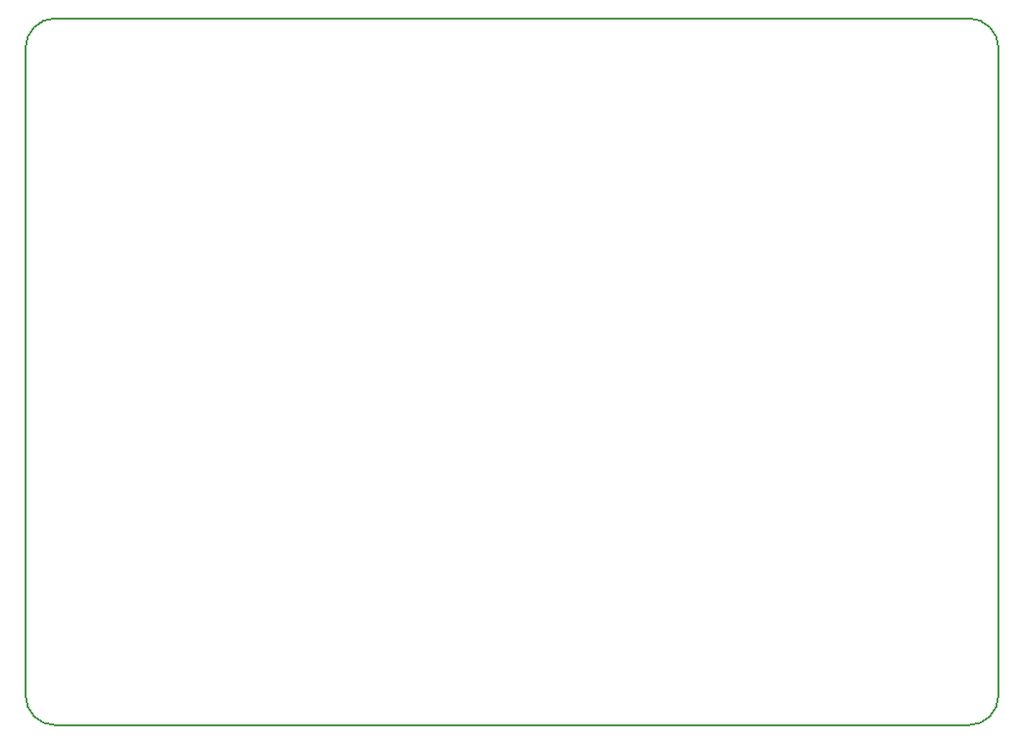
<source format=gm1>
G04 #@! TF.GenerationSoftware,KiCad,Pcbnew,5.0.2-bee76a0~70~ubuntu18.04.1*
G04 #@! TF.CreationDate,2019-02-11T21:24:03-05:00*
G04 #@! TF.ProjectId,interface,696e7465-7266-4616-9365-2e6b69636164,rev?*
G04 #@! TF.SameCoordinates,Original*
G04 #@! TF.FileFunction,Profile,NP*
%FSLAX46Y46*%
G04 Gerber Fmt 4.6, Leading zero omitted, Abs format (unit mm)*
G04 Created by KiCad (PCBNEW 5.0.2-bee76a0~70~ubuntu18.04.1) date Mon 11 Feb 2019 09:24:03 PM EST*
%MOMM*%
%LPD*%
G01*
G04 APERTURE LIST*
%ADD10C,0.200000*%
G04 APERTURE END LIST*
D10*
X97409000Y-125476000D02*
G75*
G02X94869000Y-128016000I-2540000J0D01*
G01*
X16129000Y-128016000D02*
G75*
G02X13589000Y-125476000I0J2540000D01*
G01*
X16129000Y-67056000D02*
X94869000Y-67056000D01*
X13589000Y-125476000D02*
X13589000Y-69596000D01*
X94869000Y-67056000D02*
G75*
G02X97409000Y-69596000I0J-2540000D01*
G01*
X16129000Y-128016000D02*
X94869000Y-128016000D01*
X97409000Y-125476000D02*
X97409000Y-69596000D01*
X13589000Y-69596000D02*
G75*
G02X16129000Y-67056000I2540000J0D01*
G01*
M02*

</source>
